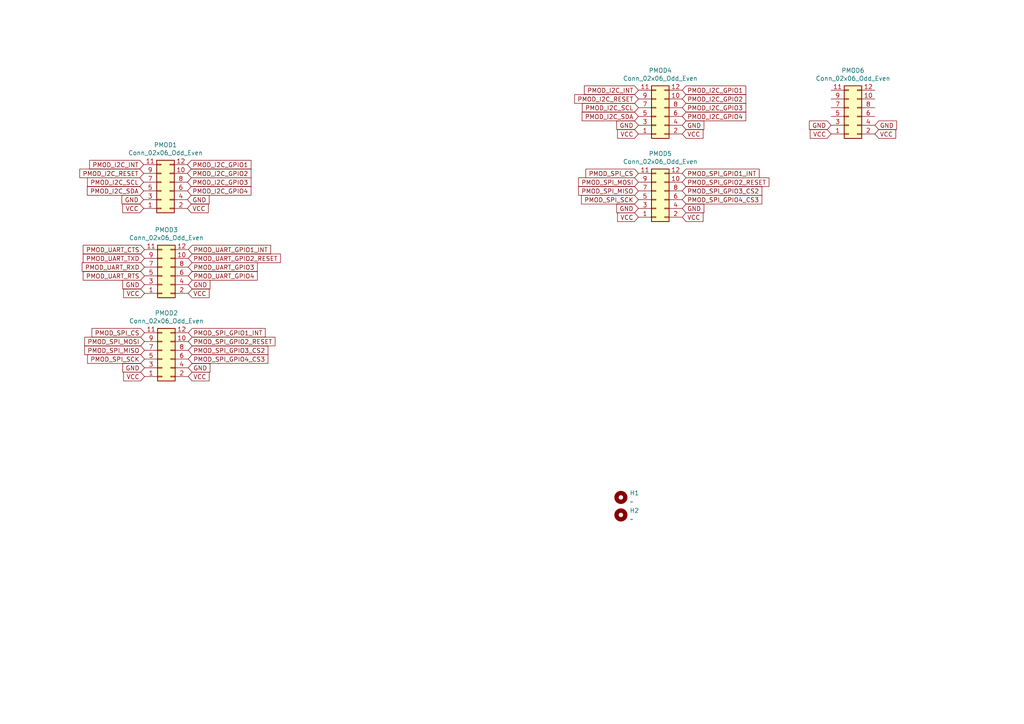
<source format=kicad_sch>
(kicad_sch (version 20230121) (generator eeschema)
  (paper "A4")
  (lib_symbols
    (symbol "Connector_Generic:Conn_02x06_Odd_Even" (pin_names (offset 1.016) hide)
      (property "Reference" "J" (at 1.27 7.62 0))
      (property "Value" "Conn_02x06_Odd_Even" (at 1.27 -10.16 0))
      (symbol "Conn_02x06_Odd_Even_1_1"
        (rectangle (start -1.27 -7.493) (end 0 -7.747) (stroke (width 0.1524)))
        (rectangle (start -1.27 -4.953) (end 0 -5.207) (stroke (width 0.1524)))
        (rectangle (start -1.27 -2.413) (end 0 -2.667) (stroke (width 0.1524)))
        (rectangle (start -1.27 0.127) (end 0 -0.127) (stroke (width 0.1524)))
        (rectangle (start -1.27 2.667) (end 0 2.413) (stroke (width 0.1524)))
        (rectangle (start -1.27 5.207) (end 0 4.953) (stroke (width 0.1524)))
        (rectangle (start -1.27 6.35) (end 3.81 -8.89) (stroke (width 0.254)) (fill (type background)))
        (rectangle (start 3.81 -7.493) (end 2.54 -7.747) (stroke (width 0.1524)))
        (rectangle (start 3.81 -4.953) (end 2.54 -5.207) (stroke (width 0.1524)))
        (rectangle (start 3.81 -2.413) (end 2.54 -2.667) (stroke (width 0.1524)))
        (rectangle (start 3.81 0.127) (end 2.54 -0.127) (stroke (width 0.1524)))
        (rectangle (start 3.81 2.667) (end 2.54 2.413) (stroke (width 0.1524)))
        (rectangle (start 3.81 5.207) (end 2.54 4.953) (stroke (width 0.1524)))
        (pin passive line (at -5.08 5.08 0) (length 3.81) (name "Pin_1") (number "1"))
        (pin passive line (at 7.62 -5.08 180) (length 3.81) (name "Pin_10") (number "10"))
        (pin passive line (at -5.08 -7.62 0) (length 3.81) (name "Pin_11") (number "11"))
        (pin passive line (at 7.62 -7.62 180) (length 3.81) (name "Pin_12") (number "12"))
        (pin passive line (at 7.62 5.08 180) (length 3.81) (name "Pin_2") (number "2"))
        (pin passive line (at -5.08 2.54 0) (length 3.81) (name "Pin_3") (number "3"))
        (pin passive line (at 7.62 2.54 180) (length 3.81) (name "Pin_4") (number "4"))
        (pin passive line (at -5.08 0 0) (length 3.81) (name "Pin_5") (number "5"))
        (pin passive line (at 7.62 0 180) (length 3.81) (name "Pin_6") (number "6"))
        (pin passive line (at -5.08 -2.54 0) (length 3.81) (name "Pin_7") (number "7"))
        (pin passive line (at 7.62 -2.54 180) (length 3.81) (name "Pin_8") (number "8"))
        (pin passive line (at -5.08 -5.08 0) (length 3.81) (name "Pin_9") (number "9"))
      )
    )
    (symbol "Mechanical:MountingHole" (pin_names (offset 1.016))
      (property "Reference" "H" (at 0 5.08 0))
      (property "Value" "MountingHole" (at 0 3.175 0))
      (symbol "MountingHole_0_1"
        (circle (center 0 0) (radius 1.27) (stroke (width 1.27)))
      )
    )
  )
  (global_label "PMOD_SPI_GPIO3_CS2" (shape input) (at 197.866 55.372 0) (property "Intersheetrefs" "${INTERSHEET_REFS}" (effects hide)) (property "Intersheet-verwijzingen" "${INTERSHEET_REFS}" (effects hide)))
  (global_label "VCC" (shape input) (at 54.61 109.22 0) (property "Intersheetrefs" "${INTERSHEET_REFS}" (effects hide)) (property "Intersheet-verwijzingen" "${INTERSHEET_REFS}" (effects hide)))
  (global_label "PMOD_I2C_SDA" (shape input) (at 41.656 55.372 180) (property "Intersheetrefs" "${INTERSHEET_REFS}" (effects hide)) (property "Intersheet-verwijzingen" "${INTERSHEET_REFS}" (effects hide)))
  (global_label "PMOD_I2C_GPIO3" (shape input) (at 197.866 31.242 0) (property "Intersheetrefs" "${INTERSHEET_REFS}" (effects hide)) (property "Intersheet-verwijzingen" "${INTERSHEET_REFS}" (effects hide)))
  (global_label "PMOD_I2C_GPIO3" (shape input) (at 54.356 52.832 0) (property "Intersheetrefs" "${INTERSHEET_REFS}" (effects hide)) (property "Intersheet-verwijzingen" "${INTERSHEET_REFS}" (effects hide)))
  (global_label "GND" (shape input) (at 197.866 36.322 0) (property "Intersheetrefs" "${INTERSHEET_REFS}" (effects hide)) (property "Intersheet-verwijzingen" "${INTERSHEET_REFS}" (effects hide)))
  (global_label "VCC" (shape input) (at 54.356 60.452 0) (property "Intersheetrefs" "${INTERSHEET_REFS}" (effects hide)) (property "Intersheet-verwijzingen" "${INTERSHEET_REFS}" (effects hide)))
  (global_label "VCC" (shape input) (at 185.166 62.992 180) (property "Intersheetrefs" "${INTERSHEET_REFS}" (effects hide)) (property "Intersheet-verwijzingen" "${INTERSHEET_REFS}" (effects hide)))
  (global_label "GND" (shape input) (at 54.61 82.55 0) (property "Intersheetrefs" "${INTERSHEET_REFS}" (effects hide)) (property "Intersheet-verwijzingen" "${INTERSHEET_REFS}" (effects hide)))
  (global_label "PMOD_SPI_SCK" (shape input) (at 185.166 57.912 180) (property "Intersheetrefs" "${INTERSHEET_REFS}" (effects hide)) (property "Intersheet-verwijzingen" "${INTERSHEET_REFS}" (effects hide)))
  (global_label "VCC" (shape input) (at 197.866 38.862 0) (property "Intersheetrefs" "${INTERSHEET_REFS}" (effects hide)) (property "Intersheet-verwijzingen" "${INTERSHEET_REFS}" (effects hide)))
  (global_label "PMOD_UART_TXD" (shape input) (at 41.91 74.93 180) (property "Intersheetrefs" "${INTERSHEET_REFS}" (effects hide)) (property "Intersheet-verwijzingen" "${INTERSHEET_REFS}" (effects hide)))
  (global_label "PMOD_UART_GPIO2_RESET" (shape input) (at 54.61 74.93 0) (property "Intersheetrefs" "${INTERSHEET_REFS}" (effects hide)) (property "Intersheet-verwijzingen" "${INTERSHEET_REFS}" (effects hide)))
  (global_label "PMOD_SPI_SCK" (shape input) (at 41.91 104.14 180) (property "Intersheetrefs" "${INTERSHEET_REFS}" (effects hide)) (property "Intersheet-verwijzingen" "${INTERSHEET_REFS}" (effects hide)))
  (global_label "PMOD_I2C_GPIO2" (shape input) (at 54.356 50.292 0) (property "Intersheetrefs" "${INTERSHEET_REFS}" (effects hide)) (property "Intersheet-verwijzingen" "${INTERSHEET_REFS}" (effects hide)))
  (global_label "VCC" (shape input) (at 41.656 60.452 180) (property "Intersheetrefs" "${INTERSHEET_REFS}" (effects hide)) (property "Intersheet-verwijzingen" "${INTERSHEET_REFS}" (effects hide)))
  (global_label "VCC" (shape input) (at 41.91 85.09 180) (property "Intersheetrefs" "${INTERSHEET_REFS}" (effects hide)) (property "Intersheet-verwijzingen" "${INTERSHEET_REFS}" (effects hide)))
  (global_label "PMOD_I2C_INT" (shape input) (at 185.166 26.162 180) (property "Intersheetrefs" "${INTERSHEET_REFS}" (effects hide)) (property "Intersheet-verwijzingen" "${INTERSHEET_REFS}" (effects hide)))
  (global_label "PMOD_SPI_MISO" (shape input) (at 185.166 55.372 180) (property "Intersheetrefs" "${INTERSHEET_REFS}" (effects hide)) (property "Intersheet-verwijzingen" "${INTERSHEET_REFS}" (effects hide)))
  (global_label "PMOD_UART_RXD" (shape input) (at 41.91 77.47 180) (property "Intersheetrefs" "${INTERSHEET_REFS}" (effects hide)) (property "Intersheet-verwijzingen" "${INTERSHEET_REFS}" (effects hide)))
  (global_label "PMOD_SPI_CS" (shape input) (at 41.91 96.52 180) (property "Intersheetrefs" "${INTERSHEET_REFS}" (effects hide)) (property "Intersheet-verwijzingen" "${INTERSHEET_REFS}" (effects hide)))
  (global_label "VCC" (shape input) (at 185.166 38.862 180) (property "Intersheetrefs" "${INTERSHEET_REFS}" (effects hide)) (property "Intersheet-verwijzingen" "${INTERSHEET_REFS}" (effects hide)))
  (global_label "VCC" (shape input) (at 253.746 38.862 0) (property "Intersheetrefs" "${INTERSHEET_REFS}" (effects hide)) (property "Intersheet-verwijzingen" "${INTERSHEET_REFS}" (effects hide)))
  (global_label "PMOD_I2C_RESET" (shape input) (at 41.656 50.292 180) (property "Intersheetrefs" "${INTERSHEET_REFS}" (effects hide)) (property "Intersheet-verwijzingen" "${INTERSHEET_REFS}" (effects hide)))
  (global_label "PMOD_SPI_CS" (shape input) (at 185.166 50.292 180) (property "Intersheetrefs" "${INTERSHEET_REFS}" (effects hide)) (property "Intersheet-verwijzingen" "${INTERSHEET_REFS}" (effects hide)))
  (global_label "PMOD_SPI_MOSI" (shape input) (at 185.166 52.832 180) (property "Intersheetrefs" "${INTERSHEET_REFS}" (effects hide)) (property "Intersheet-verwijzingen" "${INTERSHEET_REFS}" (effects hide)))
  (global_label "GND" (shape input) (at 197.866 60.452 0) (property "Intersheetrefs" "${INTERSHEET_REFS}" (effects hide)) (property "Intersheet-verwijzingen" "${INTERSHEET_REFS}" (effects hide)))
  (global_label "GND" (shape input) (at 253.746 36.322 0) (property "Intersheetrefs" "${INTERSHEET_REFS}" (effects hide)) (property "Intersheet-verwijzingen" "${INTERSHEET_REFS}" (effects hide)))
  (global_label "PMOD_SPI_MISO" (shape input) (at 41.91 101.6 180) (property "Intersheetrefs" "${INTERSHEET_REFS}" (effects hide)) (property "Intersheet-verwijzingen" "${INTERSHEET_REFS}" (effects hide)))
  (global_label "PMOD_UART_GPIO4" (shape input) (at 54.61 80.01 0) (property "Intersheetrefs" "${INTERSHEET_REFS}" (effects hide)) (property "Intersheet-verwijzingen" "${INTERSHEET_REFS}" (effects hide)))
  (global_label "PMOD_SPI_GPIO2_RESET" (shape input) (at 197.866 52.832 0) (property "Intersheetrefs" "${INTERSHEET_REFS}" (effects hide)) (property "Intersheet-verwijzingen" "${INTERSHEET_REFS}" (effects hide)))
  (global_label "PMOD_I2C_SCL" (shape input) (at 185.166 31.242 180) (property "Intersheetrefs" "${INTERSHEET_REFS}" (effects hide)) (property "Intersheet-verwijzingen" "${INTERSHEET_REFS}" (effects hide)))
  (global_label "PMOD_SPI_GPIO3_CS2" (shape input) (at 54.61 101.6 0) (property "Intersheetrefs" "${INTERSHEET_REFS}" (effects hide)) (property "Intersheet-verwijzingen" "${INTERSHEET_REFS}" (effects hide)))
  (global_label "GND" (shape input) (at 241.046 36.322 180) (property "Intersheetrefs" "${INTERSHEET_REFS}" (effects hide)) (property "Intersheet-verwijzingen" "${INTERSHEET_REFS}" (effects hide)))
  (global_label "GND" (shape input) (at 41.656 57.912 180) (property "Intersheetrefs" "${INTERSHEET_REFS}" (effects hide)) (property "Intersheet-verwijzingen" "${INTERSHEET_REFS}" (effects hide)))
  (global_label "PMOD_I2C_GPIO2" (shape input) (at 197.866 28.702 0) (property "Intersheetrefs" "${INTERSHEET_REFS}" (effects hide)) (property "Intersheet-verwijzingen" "${INTERSHEET_REFS}" (effects hide)))
  (global_label "PMOD_UART_GPIO1_INT" (shape input) (at 54.61 72.39 0) (property "Intersheetrefs" "${INTERSHEET_REFS}" (effects hide)) (property "Intersheet-verwijzingen" "${INTERSHEET_REFS}" (effects hide)))
  (global_label "VCC" (shape input) (at 241.046 38.862 180) (property "Intersheetrefs" "${INTERSHEET_REFS}" (effects hide)) (property "Intersheet-verwijzingen" "${INTERSHEET_REFS}" (effects hide)))
  (global_label "PMOD_UART_CTS" (shape input) (at 41.91 72.39 180) (property "Intersheetrefs" "${INTERSHEET_REFS}" (effects hide)) (property "Intersheet-verwijzingen" "${INTERSHEET_REFS}" (effects hide)))
  (global_label "PMOD_SPI_GPIO4_CS3" (shape input) (at 54.61 104.14 0) (property "Intersheetrefs" "${INTERSHEET_REFS}" (effects hide)) (property "Intersheet-verwijzingen" "${INTERSHEET_REFS}" (effects hide)))
  (global_label "PMOD_I2C_GPIO4" (shape input) (at 54.356 55.372 0) (property "Intersheetrefs" "${INTERSHEET_REFS}" (effects hide)) (property "Intersheet-verwijzingen" "${INTERSHEET_REFS}" (effects hide)))
  (global_label "PMOD_I2C_SDA" (shape input) (at 185.166 33.782 180) (property "Intersheetrefs" "${INTERSHEET_REFS}" (effects hide)) (property "Intersheet-verwijzingen" "${INTERSHEET_REFS}" (effects hide)))
  (global_label "GND" (shape input) (at 54.356 57.912 0) (property "Intersheetrefs" "${INTERSHEET_REFS}" (effects hide)) (property "Intersheet-verwijzingen" "${INTERSHEET_REFS}" (effects hide)))
  (global_label "PMOD_SPI_GPIO2_RESET" (shape input) (at 54.61 99.06 0) (property "Intersheetrefs" "${INTERSHEET_REFS}" (effects hide)) (property "Intersheet-verwijzingen" "${INTERSHEET_REFS}" (effects hide)))
  (global_label "GND" (shape input) (at 41.91 82.55 180) (property "Intersheetrefs" "${INTERSHEET_REFS}" (effects hide)) (property "Intersheet-verwijzingen" "${INTERSHEET_REFS}" (effects hide)))
  (global_label "PMOD_SPI_GPIO1_INT" (shape input) (at 54.61 96.52 0) (property "Intersheetrefs" "${INTERSHEET_REFS}" (effects hide)) (property "Intersheet-verwijzingen" "${INTERSHEET_REFS}" (effects hide)))
  (global_label "PMOD_I2C_RESET" (shape input) (at 185.166 28.702 180) (property "Intersheetrefs" "${INTERSHEET_REFS}" (effects hide)) (property "Intersheet-verwijzingen" "${INTERSHEET_REFS}" (effects hide)))
  (global_label "VCC" (shape input) (at 54.61 85.09 0) (property "Intersheetrefs" "${INTERSHEET_REFS}" (effects hide)) (property "Intersheet-verwijzingen" "${INTERSHEET_REFS}" (effects hide)))
  (global_label "GND" (shape input) (at 41.91 106.68 180) (property "Intersheetrefs" "${INTERSHEET_REFS}" (effects hide)) (property "Intersheet-verwijzingen" "${INTERSHEET_REFS}" (effects hide)))
  (global_label "PMOD_UART_RTS" (shape input) (at 41.91 80.01 180) (property "Intersheetrefs" "${INTERSHEET_REFS}" (effects hide)) (property "Intersheet-verwijzingen" "${INTERSHEET_REFS}" (effects hide)))
  (global_label "PMOD_I2C_GPIO1" (shape input) (at 54.356 47.752 0) (property "Intersheetrefs" "${INTERSHEET_REFS}" (effects hide)) (property "Intersheet-verwijzingen" "${INTERSHEET_REFS}" (effects hide)))
  (global_label "PMOD_I2C_GPIO4" (shape input) (at 197.866 33.782 0) (property "Intersheetrefs" "${INTERSHEET_REFS}" (effects hide)) (property "Intersheet-verwijzingen" "${INTERSHEET_REFS}" (effects hide)))
  (global_label "PMOD_SPI_GPIO1_INT" (shape input) (at 197.866 50.292 0) (property "Intersheetrefs" "${INTERSHEET_REFS}" (effects hide)) (property "Intersheet-verwijzingen" "${INTERSHEET_REFS}" (effects hide)))
  (global_label "GND" (shape input) (at 185.166 60.452 180) (property "Intersheetrefs" "${INTERSHEET_REFS}" (effects hide)) (property "Intersheet-verwijzingen" "${INTERSHEET_REFS}" (effects hide)))
  (global_label "VCC" (shape input) (at 197.866 62.992 0) (property "Intersheetrefs" "${INTERSHEET_REFS}" (effects hide)) (property "Intersheet-verwijzingen" "${INTERSHEET_REFS}" (effects hide)))
  (global_label "PMOD_SPI_MOSI" (shape input) (at 41.91 99.06 180) (property "Intersheetrefs" "${INTERSHEET_REFS}" (effects hide)) (property "Intersheet-verwijzingen" "${INTERSHEET_REFS}" (effects hide)))
  (global_label "GND" (shape input) (at 54.61 106.68 0) (property "Intersheetrefs" "${INTERSHEET_REFS}" (effects hide)) (property "Intersheet-verwijzingen" "${INTERSHEET_REFS}" (effects hide)))
  (global_label "GND" (shape input) (at 185.166 36.322 180) (property "Intersheetrefs" "${INTERSHEET_REFS}" (effects hide)) (property "Intersheet-verwijzingen" "${INTERSHEET_REFS}" (effects hide)))
  (global_label "PMOD_I2C_INT" (shape input) (at 41.656 47.752 180) (property "Intersheetrefs" "${INTERSHEET_REFS}" (effects hide)) (property "Intersheet-verwijzingen" "${INTERSHEET_REFS}" (effects hide)))
  (global_label "PMOD_I2C_GPIO1" (shape input) (at 197.866 26.162 0) (property "Intersheetrefs" "${INTERSHEET_REFS}" (effects hide)) (property "Intersheet-verwijzingen" "${INTERSHEET_REFS}" (effects hide)))
  (global_label "PMOD_UART_GPIO3" (shape input) (at 54.61 77.47 0) (property "Intersheetrefs" "${INTERSHEET_REFS}" (effects hide)) (property "Intersheet-verwijzingen" "${INTERSHEET_REFS}" (effects hide)))
  (global_label "PMOD_SPI_GPIO4_CS3" (shape input) (at 197.866 57.912 0) (property "Intersheetrefs" "${INTERSHEET_REFS}" (effects hide)) (property "Intersheet-verwijzingen" "${INTERSHEET_REFS}" (effects hide)))
  (global_label "VCC" (shape input) (at 41.91 109.22 180) (property "Intersheetrefs" "${INTERSHEET_REFS}" (effects hide)) (property "Intersheet-verwijzingen" "${INTERSHEET_REFS}" (effects hide)))
  (global_label "PMOD_I2C_SCL" (shape input) (at 41.656 52.832 180) (property "Intersheetrefs" "${INTERSHEET_REFS}" (effects hide)) (property "Intersheet-verwijzingen" "${INTERSHEET_REFS}" (effects hide)))
  (symbol (lib_id "Mechanical:MountingHole") (at 180.086 144.272 0) (unit 1)
    (property "Reference" "H1" (at 182.626 143.0019 0) (effects (justify left)))
    (property "Value" "~" (at 182.626 145.5419 0) (effects (justify left)))
    (property "Footprint" "MountingHole:MountingHole_3.2mm_M3_Pad_Via" (effects hide))
  )
  (symbol (lib_id "Connector_Generic:Conn_02x06_Odd_Even") (at 46.736 55.372 0) (mirror x) (unit 1)
    (property "Reference" "PMOD1" (at 48.006 42.037 0))
    (property "Value" "Conn_02x06_Odd_Even" (at 48.006 44.3484 0))
    (property "Footprint" "Connector_PinHeader_2.54mm:PinHeader_2x06_P2.54mm_Horizontal" (effects hide))
  )
  (symbol (lib_id "Connector_Generic:Conn_02x06_Odd_Even") (at 46.99 80.01 0) (mirror x) (unit 1)
    (property "Reference" "PMOD3" (at 48.26 66.675 0))
    (property "Value" "Conn_02x06_Odd_Even" (at 48.26 68.9864 0))
    (property "Footprint" "Connector_PinHeader_2.54mm:PinHeader_2x06_P2.54mm_Horizontal" (effects hide))
    (instances (project "pmod_battery_power" (path "" (reference "PMOD3") (unit 1))) (project "sim800x_break" (path "" (reference "PMOD2") (unit 1))))
  )
  (symbol (lib_id "Connector_Generic:Conn_02x06_Odd_Even") (at 190.246 57.912 0) (mirror x) (unit 1)
    (property "Reference" "PMOD5" (at 191.516 44.577 0))
    (property "Value" "Conn_02x06_Odd_Even" (at 191.516 46.8884 0))
    (property "Footprint" "Connector_PinSocket_2.54mm:PinSocket_2x06_P2.54mm_Horizontal" (effects hide))
  )
  (symbol (lib_id "Mechanical:MountingHole") (at 180.086 149.352 0) (unit 1)
    (property "Reference" "H2" (at 182.626 148.0819 0) (effects (justify left)))
    (property "Value" "~" (at 182.626 150.6219 0) (effects (justify left)))
    (property "Footprint" "MountingHole:MountingHole_3.2mm_M3_Pad_Via" (effects hide))
  )
  (symbol (lib_id "Connector_Generic:Conn_02x06_Odd_Even") (at 46.99 104.14 0) (mirror x) (unit 1)
    (property "Reference" "PMOD2" (at 48.26 90.805 0))
    (property "Value" "Conn_02x06_Odd_Even" (at 48.26 93.1164 0))
    (property "Footprint" "Connector_PinHeader_2.54mm:PinHeader_2x06_P2.54mm_Horizontal" (effects hide))
    (instances (project "pmod_battery_power" (path "" (reference "PMOD2") (unit 1))) (project "sim800x_break" (path "" (reference "PMOD3") (unit 1))))
  )
  (symbol (lib_id "Connector_Generic:Conn_02x06_Odd_Even") (at 246.126 33.782 0) (mirror x) (unit 1)
    (property "Reference" "PMOD6" (at 247.396 20.447 0))
    (property "Value" "Conn_02x06_Odd_Even" (at 247.396 22.7584 0))
    (property "Footprint" "Connector_PinSocket_2.54mm:PinSocket_2x06_P2.54mm_Horizontal" (effects hide))
  )
  (symbol (lib_id "Connector_Generic:Conn_02x06_Odd_Even") (at 190.246 33.782 0) (mirror x) (unit 1)
    (property "Reference" "PMOD4" (at 191.516 20.447 0))
    (property "Value" "Conn_02x06_Odd_Even" (at 191.516 22.7584 0))
    (property "Footprint" "Connector_PinSocket_2.54mm:PinSocket_2x06_P2.54mm_Horizontal" (effects hide))
  )
)
</source>
